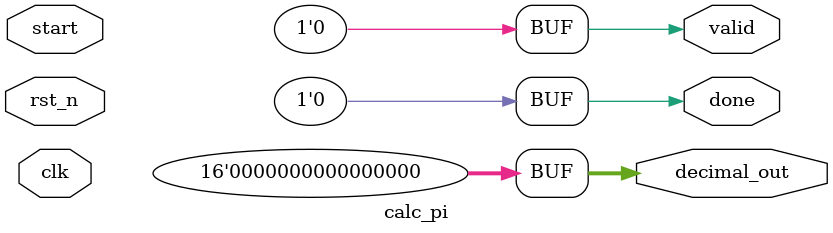
<source format=sv>
module calc_pi #(
  )(
  input logic clk,
  input logic rst_n,
  
  input logic start,
  output logic valid,
  output logic [15:0] decimal_out,
  output logic done
);

  assign valid = 'b0;
  assign decimal_out = 'h0;
  assign done = 'b0;

endmodule

</source>
